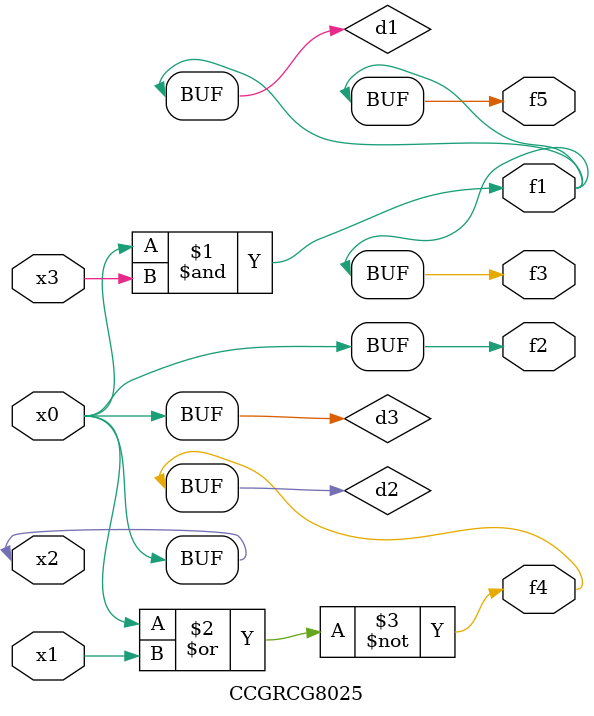
<source format=v>
module CCGRCG8025(
	input x0, x1, x2, x3,
	output f1, f2, f3, f4, f5
);

	wire d1, d2, d3;

	and (d1, x2, x3);
	nor (d2, x0, x1);
	buf (d3, x0, x2);
	assign f1 = d1;
	assign f2 = d3;
	assign f3 = d1;
	assign f4 = d2;
	assign f5 = d1;
endmodule

</source>
